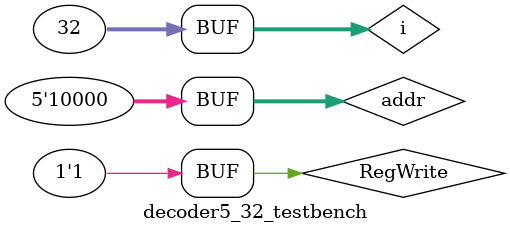
<source format=sv>
	`timescale 1ps/1ps
module decoder5_32(RegWrite, addr, outbus);
	input logic [4:0] addr; //register address to write to
	output logic [31:0] outbus; //holds write_en bit 
	
	input logic RegWrite; // RegWrite input from the top level
	
	logic [3:0] en; // 4 bit enable signal that is outputted from the 2:4 decoder
	
	decoder2_4 s1d0 (.en(RegWrite), .sel(addr[4:3]), .o(en[3:0])); //stage 1 2:4 decoder. Provides enables for stage 2 decoders
	
	decoder3_8 s2d3 (.en(en[3]), .sel(addr[2:0]), .o(outbus[31:24])); //stage 2 1st 3:8 decoder. write_en access for registers 31:24
	
	decoder3_8 s2d2 (.en(en[2]), .sel(addr[2:0]), .o(outbus[23:16])); //stage 2 2nd 3:8 decoder. write_en access for registers 23:16
	
	decoder3_8 s2d1 (.en(en[1]), .sel(addr[2:0]), .o(outbus[15:8]));  //stage 2 3rd 3:8 decoder. write_en access for registers 15:8
	
	decoder3_8 s2d0 (.en(en[0]), .sel(addr[2:0]), .o(outbus[7:0]));   //stage 2 4th 3:8 decoder. write_en access for registers 7:0



endmodule 

// testbench for the 5:32 decoder
module decoder5_32_testbench();

	logic RegWrite;
	
	logic [4:0] addr;
	
	logic [31:0] out;
	
	decoder5_32 dut(.RegWrite(RegWrite), .addr(addr), .outbus(out));
	
	int i;
	
	initial begin
		RegWrite = 1'b0; addr = 5'b00100; #50; // selects register 4 to write to while RegWrite is 0
		RegWrite = 1'b1; addr = 5'b01000; #50; // selects register 8 to write to while RegWrite is high
		RegWrite = 1'b1; addr = 5'b00000; #50;
		for (i = 0; i < 32; i++) begin
			addr = addr + i; #50;
		end
	end

endmodule

</source>
